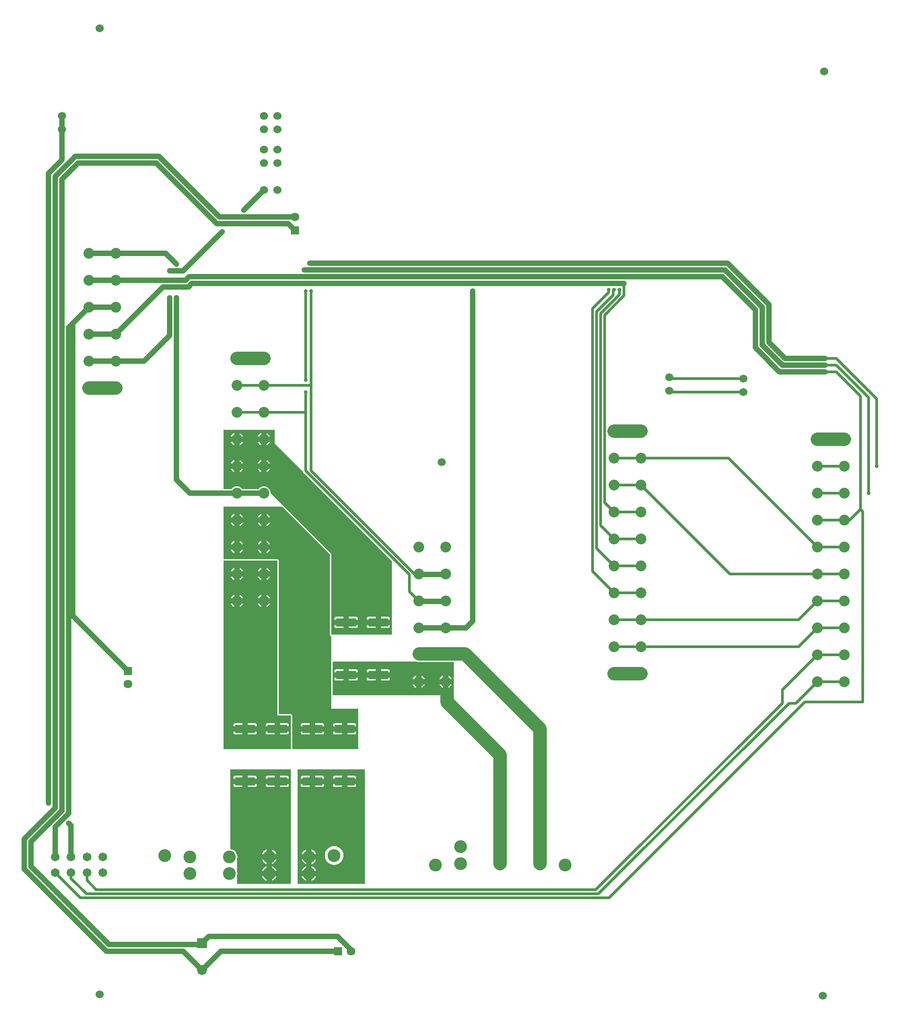
<source format=gtl>
G04 Layer_Physical_Order=1*
G04 Layer_Color=255*
%FSLAX24Y24*%
%MOIN*%
G70*
G01*
G75*
%ADD10R,0.1500X0.0620*%
%ADD11C,0.0200*%
%ADD12C,0.0400*%
%ADD13C,0.1000*%
%ADD14C,0.0100*%
%ADD15C,0.0600*%
%ADD16R,0.0728X0.0728*%
%ADD17C,0.0728*%
%ADD18C,0.0799*%
%ADD19C,0.0950*%
%ADD20C,0.0644*%
%ADD21R,0.0644X0.0644*%
%ADD22C,0.0650*%
%ADD23R,0.0644X0.0644*%
%ADD24C,0.0290*%
G36*
X23000Y29000D02*
X24000D01*
Y26500D01*
X19000Y26500D01*
Y40500D01*
X23000D01*
Y29000D01*
D02*
G37*
G36*
X26898Y40958D02*
X26898Y35000D01*
X26906Y34961D01*
X26928Y34928D01*
X26961Y34906D01*
X27000Y34898D01*
Y33010D01*
X26998Y33000D01*
Y30500D01*
X27000Y30490D01*
Y29500D01*
X29000D01*
Y26500D01*
X24152Y26500D01*
X24102Y26550D01*
Y29000D01*
X24094Y29039D01*
X24072Y29072D01*
X24039Y29094D01*
X24000Y29102D01*
X23102D01*
Y40500D01*
X23094Y40539D01*
X23072Y40572D01*
X23039Y40594D01*
X23000Y40602D01*
X19000D01*
Y44500D01*
X23356Y44500D01*
X26898Y40958D01*
D02*
G37*
G36*
X33306Y33000D02*
X33319Y32993D01*
X33432Y32959D01*
X33550Y32947D01*
X36100D01*
Y29900D01*
X35100D01*
Y30500D01*
X27100D01*
Y33000D01*
X33306Y33000D01*
D02*
G37*
G36*
X22800Y49200D02*
X24906Y47094D01*
X24912Y47066D01*
X24956Y47000D01*
X31500Y40456D01*
X31500Y35000D01*
X27000D01*
X27000Y41000D01*
X22503Y45497D01*
X22504Y45500D01*
X22487Y45630D01*
X22436Y45752D01*
X22356Y45856D01*
X22252Y45936D01*
X22130Y45987D01*
X22000Y46004D01*
X21870Y45987D01*
X21748Y45936D01*
X21644Y45856D01*
X21602Y45803D01*
X20398D01*
X20356Y45856D01*
X20252Y45936D01*
X20130Y45987D01*
X20000Y46004D01*
X19870Y45987D01*
X19748Y45936D01*
X19644Y45856D01*
X19602Y45803D01*
X19000D01*
X19000Y50200D01*
X22800D01*
Y49200D01*
D02*
G37*
G36*
X29500Y16500D02*
X24500D01*
Y25000D01*
X29500D01*
Y16500D01*
D02*
G37*
G36*
X24000D02*
X20000Y16500D01*
Y17075D01*
X20010Y17100D01*
X20030Y17250D01*
X20010Y17400D01*
X20000Y17425D01*
X20000Y18325D01*
X20010Y18350D01*
X20030Y18500D01*
X20010Y18650D01*
X20000Y18675D01*
Y18700D01*
X19990D01*
X19952Y18790D01*
X19860Y18910D01*
X19740Y19002D01*
X19600Y19060D01*
X19500Y19073D01*
X19500Y25000D01*
X24000D01*
Y16500D01*
D02*
G37*
%LPC*%
G36*
X20410Y28412D02*
X19860D01*
X19821Y28404D01*
X19788Y28382D01*
X19766Y28349D01*
X19758Y28310D01*
Y28200D01*
X20410D01*
Y28412D01*
D02*
G37*
G36*
X22800D02*
X22250D01*
X22211Y28404D01*
X22178Y28382D01*
X22156Y28349D01*
X22148Y28310D01*
Y28200D01*
X22800D01*
Y28412D01*
D02*
G37*
G36*
X20410Y27800D02*
X19758D01*
Y27690D01*
X19766Y27651D01*
X19788Y27618D01*
X19821Y27596D01*
X19860Y27588D01*
X20410D01*
Y27800D01*
D02*
G37*
G36*
X23852D02*
X23200D01*
Y27588D01*
X23750D01*
X23789Y27596D01*
X23822Y27618D01*
X23844Y27651D01*
X23852Y27690D01*
Y27800D01*
D02*
G37*
G36*
X22800D02*
X22148D01*
Y27690D01*
X22156Y27651D01*
X22178Y27618D01*
X22211Y27596D01*
X22250Y27588D01*
X22800D01*
Y27800D01*
D02*
G37*
G36*
X21462D02*
X20810D01*
Y27588D01*
X21360D01*
X21399Y27596D01*
X21432Y27618D01*
X21454Y27651D01*
X21462Y27690D01*
Y27800D01*
D02*
G37*
G36*
X23750Y28412D02*
X23200D01*
Y28200D01*
X23852D01*
Y28310D01*
X23844Y28349D01*
X23822Y28382D01*
X23789Y28404D01*
X23750Y28412D01*
D02*
G37*
G36*
X21360D02*
X20810D01*
Y28200D01*
X21462D01*
Y28310D01*
X21454Y28349D01*
X21432Y28382D01*
X21399Y28404D01*
X21360Y28412D01*
D02*
G37*
G36*
X19800Y37300D02*
X19542D01*
X19564Y37248D01*
X19644Y37144D01*
X19748Y37064D01*
X19800Y37042D01*
Y37300D01*
D02*
G37*
G36*
X22458Y39300D02*
X22200D01*
Y39042D01*
X22252Y39064D01*
X22356Y39144D01*
X22436Y39248D01*
X22458Y39300D01*
D02*
G37*
G36*
X20458D02*
X20200D01*
Y39042D01*
X20252Y39064D01*
X20356Y39144D01*
X20436Y39248D01*
X20458Y39300D01*
D02*
G37*
G36*
X21800D02*
X21542D01*
X21564Y39248D01*
X21644Y39144D01*
X21748Y39064D01*
X21800Y39042D01*
Y39300D01*
D02*
G37*
G36*
X19800Y39958D02*
X19748Y39936D01*
X19644Y39856D01*
X19564Y39752D01*
X19542Y39700D01*
X19800D01*
Y39958D01*
D02*
G37*
G36*
X22200D02*
Y39700D01*
X22458D01*
X22436Y39752D01*
X22356Y39856D01*
X22252Y39936D01*
X22200Y39958D01*
D02*
G37*
G36*
X20200D02*
Y39700D01*
X20458D01*
X20436Y39752D01*
X20356Y39856D01*
X20252Y39936D01*
X20200Y39958D01*
D02*
G37*
G36*
X21800D02*
X21748Y39936D01*
X21644Y39856D01*
X21564Y39752D01*
X21542Y39700D01*
X21800D01*
Y39958D01*
D02*
G37*
G36*
X19800Y39300D02*
X19542D01*
X19564Y39248D01*
X19644Y39144D01*
X19748Y39064D01*
X19800Y39042D01*
Y39300D01*
D02*
G37*
G36*
X22458Y37300D02*
X22200D01*
Y37042D01*
X22252Y37064D01*
X22356Y37144D01*
X22436Y37248D01*
X22458Y37300D01*
D02*
G37*
G36*
X20458D02*
X20200D01*
Y37042D01*
X20252Y37064D01*
X20356Y37144D01*
X20436Y37248D01*
X20458Y37300D01*
D02*
G37*
G36*
X21800D02*
X21542D01*
X21564Y37248D01*
X21644Y37144D01*
X21748Y37064D01*
X21800Y37042D01*
Y37300D01*
D02*
G37*
G36*
X19800Y37958D02*
X19748Y37936D01*
X19644Y37856D01*
X19564Y37752D01*
X19542Y37700D01*
X19800D01*
Y37958D01*
D02*
G37*
G36*
X22200D02*
Y37700D01*
X22458D01*
X22436Y37752D01*
X22356Y37856D01*
X22252Y37936D01*
X22200Y37958D01*
D02*
G37*
G36*
X20200D02*
Y37700D01*
X20458D01*
X20436Y37752D01*
X20356Y37856D01*
X20252Y37936D01*
X20200Y37958D01*
D02*
G37*
G36*
X21800D02*
X21748Y37936D01*
X21644Y37856D01*
X21564Y37752D01*
X21542Y37700D01*
X21800D01*
Y37958D01*
D02*
G37*
G36*
X26462Y27800D02*
X25810D01*
Y27588D01*
X26360D01*
X26399Y27596D01*
X26432Y27618D01*
X26454Y27651D01*
X26462Y27690D01*
Y27800D01*
D02*
G37*
G36*
X27800D02*
X27148D01*
Y27690D01*
X27156Y27651D01*
X27178Y27618D01*
X27211Y27596D01*
X27250Y27588D01*
X27800D01*
Y27800D01*
D02*
G37*
G36*
X28852D02*
X28200D01*
Y27588D01*
X28750D01*
X28789Y27596D01*
X28822Y27618D01*
X28844Y27651D01*
X28852Y27690D01*
Y27800D01*
D02*
G37*
G36*
X25410D02*
X24758D01*
Y27690D01*
X24766Y27651D01*
X24788Y27618D01*
X24821Y27596D01*
X24860Y27588D01*
X25410D01*
Y27800D01*
D02*
G37*
G36*
Y28412D02*
X24860D01*
X24821Y28404D01*
X24788Y28382D01*
X24766Y28349D01*
X24758Y28310D01*
Y28200D01*
X25410D01*
Y28412D01*
D02*
G37*
G36*
X27800D02*
X27250D01*
X27211Y28404D01*
X27178Y28382D01*
X27156Y28349D01*
X27148Y28310D01*
Y28200D01*
X27800D01*
Y28412D01*
D02*
G37*
G36*
X26360D02*
X25810D01*
Y28200D01*
X26462D01*
Y28310D01*
X26454Y28349D01*
X26432Y28382D01*
X26399Y28404D01*
X26360Y28412D01*
D02*
G37*
G36*
X28750D02*
X28200D01*
Y28200D01*
X28852D01*
Y28310D01*
X28844Y28349D01*
X28822Y28382D01*
X28789Y28404D01*
X28750Y28412D01*
D02*
G37*
G36*
X22458Y43300D02*
X22200D01*
Y43042D01*
X22252Y43064D01*
X22356Y43144D01*
X22436Y43248D01*
X22458Y43300D01*
D02*
G37*
G36*
X20458D02*
X20200D01*
Y43042D01*
X20252Y43064D01*
X20356Y43144D01*
X20436Y43248D01*
X20458Y43300D01*
D02*
G37*
G36*
X21800D02*
X21542D01*
X21564Y43248D01*
X21644Y43144D01*
X21748Y43064D01*
X21800Y43042D01*
Y43300D01*
D02*
G37*
G36*
X19800Y43958D02*
X19748Y43936D01*
X19644Y43856D01*
X19564Y43752D01*
X19542Y43700D01*
X19800D01*
Y43958D01*
D02*
G37*
G36*
X22200D02*
Y43700D01*
X22458D01*
X22436Y43752D01*
X22356Y43856D01*
X22252Y43936D01*
X22200Y43958D01*
D02*
G37*
G36*
X20200D02*
Y43700D01*
X20458D01*
X20436Y43752D01*
X20356Y43856D01*
X20252Y43936D01*
X20200Y43958D01*
D02*
G37*
G36*
X21800D02*
X21748Y43936D01*
X21644Y43856D01*
X21564Y43752D01*
X21542Y43700D01*
X21800D01*
Y43958D01*
D02*
G37*
G36*
X19800Y43300D02*
X19542D01*
X19564Y43248D01*
X19644Y43144D01*
X19748Y43064D01*
X19800Y43042D01*
Y43300D01*
D02*
G37*
G36*
X22458Y41300D02*
X22200D01*
Y41042D01*
X22252Y41064D01*
X22356Y41144D01*
X22436Y41248D01*
X22458Y41300D01*
D02*
G37*
G36*
X20458D02*
X20200D01*
Y41042D01*
X20252Y41064D01*
X20356Y41144D01*
X20436Y41248D01*
X20458Y41300D01*
D02*
G37*
G36*
X21800D02*
X21542D01*
X21564Y41248D01*
X21644Y41144D01*
X21748Y41064D01*
X21800Y41042D01*
Y41300D01*
D02*
G37*
G36*
X19800Y41958D02*
X19748Y41936D01*
X19644Y41856D01*
X19564Y41752D01*
X19542Y41700D01*
X19800D01*
Y41958D01*
D02*
G37*
G36*
X22200D02*
Y41700D01*
X22458D01*
X22436Y41752D01*
X22356Y41856D01*
X22252Y41936D01*
X22200Y41958D01*
D02*
G37*
G36*
X20200D02*
Y41700D01*
X20458D01*
X20436Y41752D01*
X20356Y41856D01*
X20252Y41936D01*
X20200Y41958D01*
D02*
G37*
G36*
X21800D02*
X21748Y41936D01*
X21644Y41856D01*
X21564Y41752D01*
X21542Y41700D01*
X21800D01*
Y41958D01*
D02*
G37*
G36*
X19800Y41300D02*
X19542D01*
X19564Y41248D01*
X19644Y41144D01*
X19748Y41064D01*
X19800Y41042D01*
Y41300D01*
D02*
G37*
G36*
X27910Y31800D02*
X27258D01*
Y31690D01*
X27266Y31651D01*
X27288Y31618D01*
X27321Y31596D01*
X27360Y31588D01*
X27910D01*
Y31800D01*
D02*
G37*
G36*
X33958Y31300D02*
X33700D01*
Y31042D01*
X33752Y31064D01*
X33856Y31144D01*
X33936Y31248D01*
X33958Y31300D01*
D02*
G37*
G36*
X35958D02*
X35700D01*
Y31042D01*
X35752Y31064D01*
X35856Y31144D01*
X35936Y31248D01*
X35958Y31300D01*
D02*
G37*
G36*
X28962Y31800D02*
X28310D01*
Y31588D01*
X28860D01*
X28899Y31596D01*
X28932Y31618D01*
X28954Y31651D01*
X28962Y31690D01*
Y31800D01*
D02*
G37*
G36*
X33300Y31958D02*
X33248Y31936D01*
X33144Y31856D01*
X33064Y31752D01*
X33042Y31700D01*
X33300D01*
Y31958D01*
D02*
G37*
G36*
X31352Y31800D02*
X30700D01*
Y31588D01*
X31250D01*
X31289Y31596D01*
X31322Y31618D01*
X31344Y31651D01*
X31352Y31690D01*
Y31800D01*
D02*
G37*
G36*
X30300D02*
X29648D01*
Y31690D01*
X29656Y31651D01*
X29678Y31618D01*
X29711Y31596D01*
X29750Y31588D01*
X30300D01*
Y31800D01*
D02*
G37*
G36*
X35300Y31300D02*
X35042D01*
X35064Y31248D01*
X35144Y31144D01*
X35248Y31064D01*
X35300Y31042D01*
Y31300D01*
D02*
G37*
G36*
X33300D02*
X33042D01*
X33064Y31248D01*
X33144Y31144D01*
X33248Y31064D01*
X33300Y31042D01*
Y31300D01*
D02*
G37*
G36*
X35700Y31958D02*
Y31700D01*
X35958D01*
X35936Y31752D01*
X35856Y31856D01*
X35752Y31936D01*
X35700Y31958D01*
D02*
G37*
G36*
X33700D02*
Y31700D01*
X33958D01*
X33936Y31752D01*
X33856Y31856D01*
X33752Y31936D01*
X33700Y31958D01*
D02*
G37*
G36*
X35300D02*
X35248Y31936D01*
X35144Y31856D01*
X35064Y31752D01*
X35042Y31700D01*
X35300D01*
Y31958D01*
D02*
G37*
G36*
X27910Y32412D02*
X27360D01*
X27321Y32404D01*
X27288Y32382D01*
X27266Y32349D01*
X27258Y32310D01*
Y32200D01*
X27910D01*
Y32412D01*
D02*
G37*
G36*
X31250D02*
X30700D01*
Y32200D01*
X31352D01*
Y32310D01*
X31344Y32349D01*
X31322Y32382D01*
X31289Y32404D01*
X31250Y32412D01*
D02*
G37*
G36*
X28860D02*
X28310D01*
Y32200D01*
X28962D01*
Y32310D01*
X28954Y32349D01*
X28932Y32382D01*
X28899Y32404D01*
X28860Y32412D01*
D02*
G37*
G36*
X30300D02*
X29750D01*
X29711Y32404D01*
X29678Y32382D01*
X29656Y32349D01*
X29648Y32310D01*
Y32200D01*
X30300D01*
Y32412D01*
D02*
G37*
G36*
X19800Y47300D02*
X19542D01*
X19564Y47248D01*
X19644Y47144D01*
X19748Y47064D01*
X19800Y47042D01*
Y47300D01*
D02*
G37*
G36*
X22458Y49300D02*
X22200D01*
Y49042D01*
X22252Y49064D01*
X22356Y49144D01*
X22436Y49248D01*
X22458Y49300D01*
D02*
G37*
G36*
X20458D02*
X20200D01*
Y49042D01*
X20252Y49064D01*
X20356Y49144D01*
X20436Y49248D01*
X20458Y49300D01*
D02*
G37*
G36*
X21800D02*
X21542D01*
X21564Y49248D01*
X21644Y49144D01*
X21748Y49064D01*
X21800Y49042D01*
Y49300D01*
D02*
G37*
G36*
X19800Y49958D02*
X19748Y49936D01*
X19644Y49856D01*
X19564Y49752D01*
X19542Y49700D01*
X19800D01*
Y49958D01*
D02*
G37*
G36*
X22200D02*
Y49700D01*
X22458D01*
X22436Y49752D01*
X22356Y49856D01*
X22252Y49936D01*
X22200Y49958D01*
D02*
G37*
G36*
X20200D02*
Y49700D01*
X20458D01*
X20436Y49752D01*
X20356Y49856D01*
X20252Y49936D01*
X20200Y49958D01*
D02*
G37*
G36*
X21800D02*
X21748Y49936D01*
X21644Y49856D01*
X21564Y49752D01*
X21542Y49700D01*
X21800D01*
Y49958D01*
D02*
G37*
G36*
X19800Y49300D02*
X19542D01*
X19564Y49248D01*
X19644Y49144D01*
X19748Y49064D01*
X19800Y49042D01*
Y49300D01*
D02*
G37*
G36*
X22458Y47300D02*
X22200D01*
Y47042D01*
X22252Y47064D01*
X22356Y47144D01*
X22436Y47248D01*
X22458Y47300D01*
D02*
G37*
G36*
X20458D02*
X20200D01*
Y47042D01*
X20252Y47064D01*
X20356Y47144D01*
X20436Y47248D01*
X20458Y47300D01*
D02*
G37*
G36*
X21800D02*
X21542D01*
X21564Y47248D01*
X21644Y47144D01*
X21748Y47064D01*
X21800Y47042D01*
Y47300D01*
D02*
G37*
G36*
X19800Y47958D02*
X19748Y47936D01*
X19644Y47856D01*
X19564Y47752D01*
X19542Y47700D01*
X19800D01*
Y47958D01*
D02*
G37*
G36*
X22200D02*
Y47700D01*
X22458D01*
X22436Y47752D01*
X22356Y47856D01*
X22252Y47936D01*
X22200Y47958D01*
D02*
G37*
G36*
X20200D02*
Y47700D01*
X20458D01*
X20436Y47752D01*
X20356Y47856D01*
X20252Y47936D01*
X20200Y47958D01*
D02*
G37*
G36*
X21800D02*
X21748Y47936D01*
X21644Y47856D01*
X21564Y47752D01*
X21542Y47700D01*
X21800D01*
Y47958D01*
D02*
G37*
G36*
X31352Y35700D02*
X30700D01*
Y35488D01*
X31250D01*
X31289Y35496D01*
X31322Y35518D01*
X31344Y35551D01*
X31352Y35590D01*
Y35700D01*
D02*
G37*
G36*
X30300D02*
X29648D01*
Y35590D01*
X29656Y35551D01*
X29678Y35518D01*
X29711Y35496D01*
X29750Y35488D01*
X30300D01*
Y35700D01*
D02*
G37*
G36*
X28962D02*
X28310D01*
Y35488D01*
X28860D01*
X28899Y35496D01*
X28932Y35518D01*
X28954Y35551D01*
X28962Y35590D01*
Y35700D01*
D02*
G37*
G36*
X27910Y36312D02*
X27360D01*
X27321Y36304D01*
X27288Y36282D01*
X27266Y36249D01*
X27258Y36210D01*
Y36100D01*
X27910D01*
Y36312D01*
D02*
G37*
G36*
X31250D02*
X30700D01*
Y36100D01*
X31352D01*
Y36210D01*
X31344Y36249D01*
X31322Y36282D01*
X31289Y36304D01*
X31250Y36312D01*
D02*
G37*
G36*
X28860D02*
X28310D01*
Y36100D01*
X28962D01*
Y36210D01*
X28954Y36249D01*
X28932Y36282D01*
X28899Y36304D01*
X28860Y36312D01*
D02*
G37*
G36*
X30300D02*
X29750D01*
X29711Y36304D01*
X29678Y36282D01*
X29656Y36249D01*
X29648Y36210D01*
Y36100D01*
X30300D01*
Y36312D01*
D02*
G37*
G36*
X27910Y35700D02*
X27258D01*
Y35590D01*
X27266Y35551D01*
X27288Y35518D01*
X27321Y35496D01*
X27360Y35488D01*
X27910D01*
Y35700D01*
D02*
G37*
G36*
X28750Y24512D02*
X28200D01*
Y24300D01*
X28852D01*
Y24410D01*
X28844Y24449D01*
X28822Y24482D01*
X28789Y24504D01*
X28750Y24512D01*
D02*
G37*
G36*
X26360D02*
X25810D01*
Y24300D01*
X26462D01*
Y24410D01*
X26454Y24449D01*
X26432Y24482D01*
X26399Y24504D01*
X26360Y24512D01*
D02*
G37*
G36*
X25150Y18300D02*
X24810D01*
X24848Y18210D01*
X24940Y18090D01*
X25060Y17998D01*
X25150Y17960D01*
Y18300D01*
D02*
G37*
G36*
X25890D02*
X25550D01*
Y17960D01*
X25640Y17998D01*
X25760Y18090D01*
X25852Y18210D01*
X25890Y18300D01*
D02*
G37*
G36*
X25150Y19040D02*
X25060Y19002D01*
X24940Y18910D01*
X24848Y18790D01*
X24810Y18700D01*
X25150D01*
Y19040D01*
D02*
G37*
G36*
X25550Y17790D02*
Y17450D01*
X25890D01*
X25852Y17540D01*
X25760Y17660D01*
X25640Y17752D01*
X25550Y17790D01*
D02*
G37*
G36*
X25150Y17050D02*
X24810D01*
X24848Y16960D01*
X24940Y16840D01*
X25060Y16748D01*
X25150Y16710D01*
Y17050D01*
D02*
G37*
G36*
X25890D02*
X25550D01*
Y16710D01*
X25640Y16748D01*
X25760Y16840D01*
X25852Y16960D01*
X25890Y17050D01*
D02*
G37*
G36*
X25150Y17790D02*
X25060Y17752D01*
X24940Y17660D01*
X24848Y17540D01*
X24810Y17450D01*
X25150D01*
Y17790D01*
D02*
G37*
G36*
X25550Y19040D02*
Y18700D01*
X25890D01*
X25852Y18790D01*
X25760Y18910D01*
X25640Y19002D01*
X25550Y19040D01*
D02*
G37*
G36*
X28852Y23900D02*
X28200D01*
Y23688D01*
X28750D01*
X28789Y23696D01*
X28822Y23718D01*
X28844Y23751D01*
X28852Y23790D01*
Y23900D01*
D02*
G37*
G36*
X25410Y24512D02*
X24860D01*
X24821Y24504D01*
X24788Y24482D01*
X24766Y24449D01*
X24758Y24410D01*
Y24300D01*
X25410D01*
Y24512D01*
D02*
G37*
G36*
X27800D02*
X27250D01*
X27211Y24504D01*
X27178Y24482D01*
X27156Y24449D01*
X27148Y24410D01*
Y24300D01*
X27800D01*
Y24512D01*
D02*
G37*
G36*
Y23900D02*
X27148D01*
Y23790D01*
X27156Y23751D01*
X27178Y23718D01*
X27211Y23696D01*
X27250Y23688D01*
X27800D01*
Y23900D01*
D02*
G37*
G36*
X27220Y19295D02*
X27215Y19294D01*
X27210Y19294D01*
X27094Y19283D01*
X27085Y19280D01*
X27075Y19279D01*
X26964Y19245D01*
X26955Y19241D01*
X26945Y19238D01*
X26843Y19183D01*
X26835Y19176D01*
X26826Y19172D01*
X26736Y19098D01*
X26730Y19090D01*
X26722Y19084D01*
X26648Y18994D01*
X26644Y18985D01*
X26637Y18977D01*
X26582Y18875D01*
X26579Y18865D01*
X26575Y18856D01*
X26541Y18745D01*
X26540Y18735D01*
X26537Y18726D01*
X26526Y18610D01*
X26527Y18600D01*
X26526Y18590D01*
X26537Y18474D01*
X26540Y18465D01*
X26541Y18455D01*
X26575Y18344D01*
X26579Y18335D01*
X26582Y18325D01*
X26637Y18223D01*
X26644Y18215D01*
X26648Y18206D01*
X26722Y18116D01*
X26730Y18110D01*
X26736Y18102D01*
X26826Y18028D01*
X26835Y18024D01*
X26843Y18017D01*
X26945Y17962D01*
X26955Y17959D01*
X26964Y17955D01*
X27075Y17921D01*
X27085Y17920D01*
X27094Y17917D01*
X27210Y17906D01*
X27215Y17906D01*
X27220Y17905D01*
X27225Y17906D01*
X27230Y17906D01*
X27346Y17917D01*
X27355Y17920D01*
X27365Y17921D01*
X27476Y17955D01*
X27485Y17959D01*
X27495Y17962D01*
X27597Y18017D01*
X27605Y18024D01*
X27614Y18028D01*
X27704Y18102D01*
X27710Y18110D01*
X27718Y18116D01*
X27792Y18206D01*
X27796Y18215D01*
X27803Y18223D01*
X27858Y18325D01*
X27861Y18335D01*
X27865Y18344D01*
X27899Y18455D01*
X27900Y18465D01*
X27903Y18474D01*
X27914Y18590D01*
X27913Y18600D01*
X27914Y18610D01*
X27903Y18726D01*
X27900Y18735D01*
X27899Y18745D01*
X27865Y18856D01*
X27861Y18865D01*
X27858Y18875D01*
X27803Y18977D01*
X27796Y18985D01*
X27792Y18994D01*
X27718Y19084D01*
X27710Y19090D01*
X27704Y19098D01*
X27614Y19172D01*
X27605Y19176D01*
X27597Y19183D01*
X27495Y19238D01*
X27485Y19241D01*
X27476Y19245D01*
X27365Y19279D01*
X27355Y19280D01*
X27346Y19283D01*
X27230Y19294D01*
X27225Y19294D01*
X27220Y19295D01*
D02*
G37*
G36*
X26462Y23900D02*
X25810D01*
Y23688D01*
X26360D01*
X26399Y23696D01*
X26432Y23718D01*
X26454Y23751D01*
X26462Y23790D01*
Y23900D01*
D02*
G37*
G36*
X25410D02*
X24758D01*
Y23790D01*
X24766Y23751D01*
X24788Y23718D01*
X24821Y23696D01*
X24860Y23688D01*
X25410D01*
Y23900D01*
D02*
G37*
G36*
X22940Y18300D02*
X22600D01*
Y17960D01*
X22690Y17998D01*
X22810Y18090D01*
X22902Y18210D01*
X22940Y18300D01*
D02*
G37*
G36*
X22200D02*
X21860D01*
X21898Y18210D01*
X21990Y18090D01*
X22110Y17998D01*
X22200Y17960D01*
Y18300D01*
D02*
G37*
G36*
X22600Y19040D02*
Y18700D01*
X22940D01*
X22902Y18790D01*
X22810Y18910D01*
X22690Y19002D01*
X22600Y19040D01*
D02*
G37*
G36*
X22200D02*
X22110Y19002D01*
X21990Y18910D01*
X21898Y18790D01*
X21860Y18700D01*
X22200D01*
Y19040D01*
D02*
G37*
G36*
X22940Y17050D02*
X22600D01*
Y16710D01*
X22690Y16748D01*
X22810Y16840D01*
X22902Y16960D01*
X22940Y17050D01*
D02*
G37*
G36*
X22200D02*
X21860D01*
X21898Y16960D01*
X21990Y16840D01*
X22110Y16748D01*
X22200Y16710D01*
Y17050D01*
D02*
G37*
G36*
X22600Y17790D02*
Y17450D01*
X22940D01*
X22902Y17540D01*
X22810Y17660D01*
X22690Y17752D01*
X22600Y17790D01*
D02*
G37*
G36*
X22200D02*
X22110Y17752D01*
X21990Y17660D01*
X21898Y17540D01*
X21860Y17450D01*
X22200D01*
Y17790D01*
D02*
G37*
G36*
X22800Y24512D02*
X22250D01*
X22211Y24504D01*
X22178Y24482D01*
X22156Y24449D01*
X22148Y24410D01*
Y24300D01*
X22800D01*
Y24512D01*
D02*
G37*
G36*
X20410D02*
X19860D01*
X19821Y24504D01*
X19788Y24482D01*
X19766Y24449D01*
X19758Y24410D01*
Y24300D01*
X20410D01*
Y24512D01*
D02*
G37*
G36*
X23750D02*
X23200D01*
Y24300D01*
X23852D01*
Y24410D01*
X23844Y24449D01*
X23822Y24482D01*
X23789Y24504D01*
X23750Y24512D01*
D02*
G37*
G36*
X21360D02*
X20810D01*
Y24300D01*
X21462D01*
Y24410D01*
X21454Y24449D01*
X21432Y24482D01*
X21399Y24504D01*
X21360Y24512D01*
D02*
G37*
G36*
X21462Y23900D02*
X20810D01*
Y23688D01*
X21360D01*
X21399Y23696D01*
X21432Y23718D01*
X21454Y23751D01*
X21462Y23790D01*
Y23900D01*
D02*
G37*
G36*
X20410D02*
X19758D01*
Y23790D01*
X19766Y23751D01*
X19788Y23718D01*
X19821Y23696D01*
X19860Y23688D01*
X20410D01*
Y23900D01*
D02*
G37*
G36*
X22800D02*
X22148D01*
Y23790D01*
X22156Y23751D01*
X22178Y23718D01*
X22211Y23696D01*
X22250Y23688D01*
X22800D01*
Y23900D01*
D02*
G37*
G36*
X23852D02*
X23200D01*
Y23688D01*
X23750D01*
X23789Y23696D01*
X23822Y23718D01*
X23844Y23751D01*
X23852Y23790D01*
Y23900D01*
D02*
G37*
%LPD*%
D10*
X28110Y35900D02*
D03*
Y32000D02*
D03*
X30500D02*
D03*
Y35900D02*
D03*
X23000Y28000D02*
D03*
Y24100D02*
D03*
X20610D02*
D03*
Y28000D02*
D03*
X25610D02*
D03*
Y24100D02*
D03*
X28000D02*
D03*
Y28000D02*
D03*
D11*
X33350Y37450D02*
Y37650D01*
X65500Y43500D02*
X66300Y44300D01*
X64500Y54500D02*
X66300Y52700D01*
Y44300D02*
Y52700D01*
Y44300D02*
X66476Y44124D01*
X63665Y54500D02*
X64500D01*
X66900Y45500D02*
Y52600D01*
X64500Y55000D02*
X66900Y52600D01*
X63665Y55000D02*
X64500D01*
X67500Y47500D02*
Y52500D01*
X64500Y55500D02*
X67500Y52500D01*
X63665Y55500D02*
X64500D01*
X61000Y29900D02*
X61500D01*
X63100Y31500D01*
X62176Y29976D02*
X66476D01*
X47650Y15450D02*
X62176Y29976D01*
X8370Y15450D02*
X47650D01*
X61700Y36100D02*
X63100Y37500D01*
X56500Y48100D02*
X63100Y41500D01*
X20000Y51500D02*
X22000D01*
X20000Y53500D02*
X22000D01*
X63100Y31500D02*
X65100D01*
X56600Y39500D02*
X63100D01*
X66476Y29976D02*
Y44124D01*
X63100Y47500D02*
X65100D01*
X63100Y45500D02*
X65100D01*
X63100Y43500D02*
X65100D01*
X63100Y41500D02*
X65100D01*
X63100Y39500D02*
X65100D01*
X50000Y46100D02*
X56600Y39500D01*
X48000Y46100D02*
X50000D01*
X63100Y35500D02*
X65100D01*
X61700Y34100D02*
X63100Y35500D01*
Y37500D02*
X65100D01*
X48000Y38100D02*
X50000D01*
X48000Y40100D02*
X50000D01*
X48000Y44100D02*
X50000D01*
X48000Y42100D02*
X50000D01*
X63100Y33500D02*
X65100D01*
X60500Y30900D02*
X63100Y33500D01*
X60500Y29900D02*
Y30900D01*
X46400Y39700D02*
X48000Y38100D01*
X46400Y39700D02*
Y59174D01*
X46700Y41400D02*
X48000Y40100D01*
X46700Y41400D02*
Y58949D01*
X47000Y43100D02*
X48000Y42100D01*
X47000Y43100D02*
Y58824D01*
X47300Y44800D02*
X48000Y44100D01*
X47300Y44800D02*
Y58700D01*
X47600Y60374D02*
Y60600D01*
X46400Y59174D02*
X47600Y60374D01*
X25100Y53900D02*
Y60500D01*
X22000Y51500D02*
X25000D01*
X32800Y38200D02*
X33350Y37650D01*
X25100Y47144D02*
Y53000D01*
X32800Y38200D02*
Y39444D01*
X25100Y47144D02*
X32800Y39444D01*
X47950Y60550D02*
X48000Y60600D01*
X47950Y60199D02*
Y60550D01*
X46700Y58949D02*
X47950Y60199D01*
X25500Y47169D02*
Y60500D01*
Y47169D02*
X33219Y39450D01*
X22000Y53500D02*
X25400D01*
X48400Y60224D02*
Y60600D01*
X47000Y58824D02*
X48400Y60224D01*
X48750Y60150D02*
Y61050D01*
X47300Y58700D02*
X48750Y60150D01*
X8826Y15750D02*
X46850D01*
X7680Y16896D02*
X8826Y15750D01*
X7680Y16896D02*
Y17320D01*
X9550Y16050D02*
X46650D01*
X8860Y16740D02*
X9550Y16050D01*
X8860Y16740D02*
Y17320D01*
X46850Y15750D02*
X61000Y29900D01*
X46650Y16050D02*
X60500Y29900D01*
X6500Y17320D02*
X8370Y15450D01*
X52200Y54000D02*
X57600D01*
X52200Y53000D02*
X57600D01*
X48000Y34100D02*
X50000D01*
X61700D01*
X48000Y36100D02*
X50000D01*
X61700D01*
X48000Y48100D02*
X50000D01*
X56500D01*
X33219Y39450D02*
X33450D01*
D12*
X33350Y37450D02*
X35350D01*
X16443Y61550D02*
X48400D01*
X33450Y39450D02*
X35450D01*
X33750Y35500D02*
X35500D01*
X27468Y12600D02*
X28484Y11584D01*
X17400Y12100D02*
X17900Y12600D01*
X28484Y11500D02*
Y11584D01*
X14207Y70500D02*
X18707Y66000D01*
X15500Y46500D02*
X16500Y45500D01*
X20000D02*
X22000D01*
X14000Y70000D02*
X18500Y65500D01*
X23800D01*
X7000Y70207D02*
Y72500D01*
X58500Y56286D02*
X60286Y54500D01*
X58500Y56286D02*
Y59086D01*
X60286Y54500D02*
X63665D01*
X56243Y62050D02*
X59000Y59293D01*
X47600Y62050D02*
X56243D01*
X59000Y56493D02*
Y59293D01*
X60493Y55000D02*
X63665D01*
X59000Y56493D02*
X60493Y55000D01*
X25000Y62050D02*
X47600D01*
X56450Y62550D02*
X59500Y59500D01*
Y56700D02*
X60700Y55500D01*
X63665D01*
X59500Y56700D02*
Y59500D01*
X48000Y62550D02*
X56450D01*
X25400D02*
X48000D01*
X56036Y61550D02*
X58500Y59086D01*
X48400Y61550D02*
X56036D01*
X16193Y61300D02*
X16443Y61550D01*
X37500Y36000D02*
Y60500D01*
X37000Y35500D02*
X37500Y36000D01*
X35500Y35500D02*
X37000D01*
X47414Y61050D02*
X48750D01*
X47410Y61046D02*
X47414Y61050D01*
X16646Y61046D02*
X47410D01*
X16400Y60800D02*
X16646Y61046D01*
X14500Y60800D02*
X16400D01*
X17400Y10100D02*
X18800Y11500D01*
X27500D01*
X16000D02*
X17400Y10100D01*
X10293Y11500D02*
X16000D01*
X10500Y12000D02*
X17300D01*
X6000Y22500D02*
Y69207D01*
X7000Y70207D01*
Y72500D02*
Y73500D01*
X8207Y70000D02*
X14000D01*
X7000Y68793D02*
X8207Y70000D01*
X8000Y70500D02*
X14207D01*
X6500Y69000D02*
X8000Y70500D01*
X4700Y17800D02*
X10500Y12000D01*
X4200Y17593D02*
X10293Y11500D01*
X16000Y62000D02*
X18900Y64900D01*
X15000Y62000D02*
X16000D01*
X20500Y66500D02*
X22000Y68000D01*
X15500Y46500D02*
Y60000D01*
X15000Y57200D02*
Y60000D01*
X14700Y63300D02*
X15500Y62500D01*
X7000Y21914D02*
Y68793D01*
X6500Y22121D02*
Y69000D01*
X4200Y17593D02*
Y19821D01*
X6500Y22121D01*
X4700Y17800D02*
Y19614D01*
X7000Y21914D01*
X7500Y21707D02*
Y57700D01*
X6500Y18500D02*
Y20707D01*
X7500Y21707D01*
Y21000D02*
X7680Y20820D01*
Y18500D02*
Y20820D01*
X16500Y45500D02*
X20000D01*
X23800Y65500D02*
X24300Y65000D01*
X17900Y12600D02*
X27468D01*
X18707Y66000D02*
X24284D01*
X9000Y59300D02*
X11000D01*
X9000Y57300D02*
X11000D01*
X9000Y55300D02*
X11000D01*
X9000Y61300D02*
X11000D01*
X9000Y63300D02*
X11000D01*
Y61300D02*
X16193D01*
X11000Y63300D02*
X14700D01*
X13100Y55300D02*
X15000Y57200D01*
X11000Y55300D02*
X13100D01*
X11000Y57300D02*
X14500Y60800D01*
X7800Y36400D02*
X11900Y32300D01*
X7800Y36400D02*
Y58100D01*
X9000Y59300D01*
X7500Y57800D02*
X7800Y58100D01*
D13*
X33550Y33550D02*
X36950D01*
X39550Y18000D02*
Y19250D01*
X42500Y18000D02*
Y19250D01*
X36950Y33550D02*
X42500Y28000D01*
Y19250D02*
Y28000D01*
X35600Y30000D02*
X39550Y26050D01*
Y19250D02*
Y26050D01*
X20000Y55500D02*
X22000D01*
X48000Y32100D02*
X50000D01*
X9000Y53300D02*
X11000D01*
X63100Y49500D02*
X65100D01*
X48000Y50100D02*
X50000D01*
D14*
X65100Y43500D02*
X65500D01*
X17300Y12000D02*
X17400Y12100D01*
X24284Y66000D02*
X24300Y65984D01*
X57500Y54100D02*
X57600Y54000D01*
X57500Y53100D02*
X57600Y53000D01*
X52100Y54100D02*
X52200Y54000D01*
X52100Y53100D02*
X52200Y53000D01*
X7500Y57700D02*
Y57800D01*
D15*
X35200Y47800D02*
D03*
X63600Y76800D02*
D03*
X9800Y80000D02*
D03*
X63500Y8200D02*
D03*
X9800Y8300D02*
D03*
X7000Y73500D02*
D03*
Y72500D02*
D03*
X23000Y70000D02*
D03*
X22000D02*
D03*
X23000Y71000D02*
D03*
X22000D02*
D03*
X23000Y72500D02*
D03*
X22000D02*
D03*
X23000Y73500D02*
D03*
X22000D02*
D03*
X23000Y68000D02*
D03*
X22000D02*
D03*
X52100Y53100D02*
D03*
Y54100D02*
D03*
X57600Y53000D02*
D03*
Y54000D02*
D03*
D16*
X17400Y12100D02*
D03*
D17*
Y10100D02*
D03*
D18*
X63100Y49500D02*
D03*
Y47500D02*
D03*
Y45500D02*
D03*
Y43500D02*
D03*
Y41500D02*
D03*
Y39500D02*
D03*
X65100D02*
D03*
Y41500D02*
D03*
Y43500D02*
D03*
Y45500D02*
D03*
Y47500D02*
D03*
Y49500D02*
D03*
X63100Y31500D02*
D03*
X65100D02*
D03*
Y37500D02*
D03*
Y35500D02*
D03*
Y33500D02*
D03*
X63100D02*
D03*
Y35500D02*
D03*
Y37500D02*
D03*
X48000Y50100D02*
D03*
Y48100D02*
D03*
Y46100D02*
D03*
Y44100D02*
D03*
Y42100D02*
D03*
Y40100D02*
D03*
X50000D02*
D03*
Y42100D02*
D03*
Y44100D02*
D03*
Y46100D02*
D03*
Y48100D02*
D03*
Y50100D02*
D03*
X48000Y32100D02*
D03*
X50000D02*
D03*
Y38100D02*
D03*
Y36100D02*
D03*
Y34100D02*
D03*
X48000D02*
D03*
Y36100D02*
D03*
Y38100D02*
D03*
X20000Y53500D02*
D03*
Y51500D02*
D03*
X35500Y41500D02*
D03*
Y39500D02*
D03*
Y37500D02*
D03*
Y35500D02*
D03*
Y33500D02*
D03*
Y31500D02*
D03*
X33500D02*
D03*
Y33500D02*
D03*
Y35500D02*
D03*
Y37500D02*
D03*
Y39500D02*
D03*
Y41500D02*
D03*
X20000Y43500D02*
D03*
Y41500D02*
D03*
Y39500D02*
D03*
X22000D02*
D03*
Y41500D02*
D03*
Y43500D02*
D03*
Y37500D02*
D03*
X20000D02*
D03*
X22000Y55500D02*
D03*
Y53500D02*
D03*
Y51500D02*
D03*
Y49500D02*
D03*
Y47500D02*
D03*
Y45500D02*
D03*
X20000D02*
D03*
Y47500D02*
D03*
Y49500D02*
D03*
Y55500D02*
D03*
X11000Y63300D02*
D03*
Y61300D02*
D03*
Y59300D02*
D03*
Y57300D02*
D03*
Y55300D02*
D03*
Y53300D02*
D03*
X9000D02*
D03*
Y55300D02*
D03*
Y57300D02*
D03*
Y59300D02*
D03*
Y61300D02*
D03*
Y63300D02*
D03*
D19*
X14630Y18600D02*
D03*
X27220D02*
D03*
X25350Y17250D02*
D03*
X22400D02*
D03*
X19450D02*
D03*
X16500D02*
D03*
Y18500D02*
D03*
X19450D02*
D03*
X22400D02*
D03*
X25350D02*
D03*
X34730Y17900D02*
D03*
X44370D02*
D03*
X42500Y19250D02*
D03*
X39550D02*
D03*
X36600D02*
D03*
Y18000D02*
D03*
X39550D02*
D03*
X42500D02*
D03*
D20*
X28484Y11500D02*
D03*
X11900Y31316D02*
D03*
X24300Y65984D02*
D03*
D21*
X27500Y11500D02*
D03*
D22*
X8860Y18500D02*
D03*
Y17320D02*
D03*
X10040D02*
D03*
X7680D02*
D03*
X6500D02*
D03*
X10040Y18500D02*
D03*
X7680D02*
D03*
X6500Y18500D02*
D03*
D23*
X11900Y32300D02*
D03*
X24300Y65000D02*
D03*
D24*
X66900Y45500D02*
D03*
X67500Y47500D02*
D03*
X47600Y60600D02*
D03*
Y62050D02*
D03*
X25100Y53900D02*
D03*
Y53000D02*
D03*
Y60500D02*
D03*
X25000Y62050D02*
D03*
X48000Y60600D02*
D03*
Y62550D02*
D03*
X25400D02*
D03*
X25500Y60500D02*
D03*
X48400Y61550D02*
D03*
Y60600D02*
D03*
X37500Y60500D02*
D03*
Y61546D02*
D03*
X18900Y64900D02*
D03*
X20500Y66500D02*
D03*
X15500Y60000D02*
D03*
X15000D02*
D03*
Y62000D02*
D03*
X15500Y62500D02*
D03*
X6000Y22500D02*
D03*
X7500Y21000D02*
D03*
M02*

</source>
